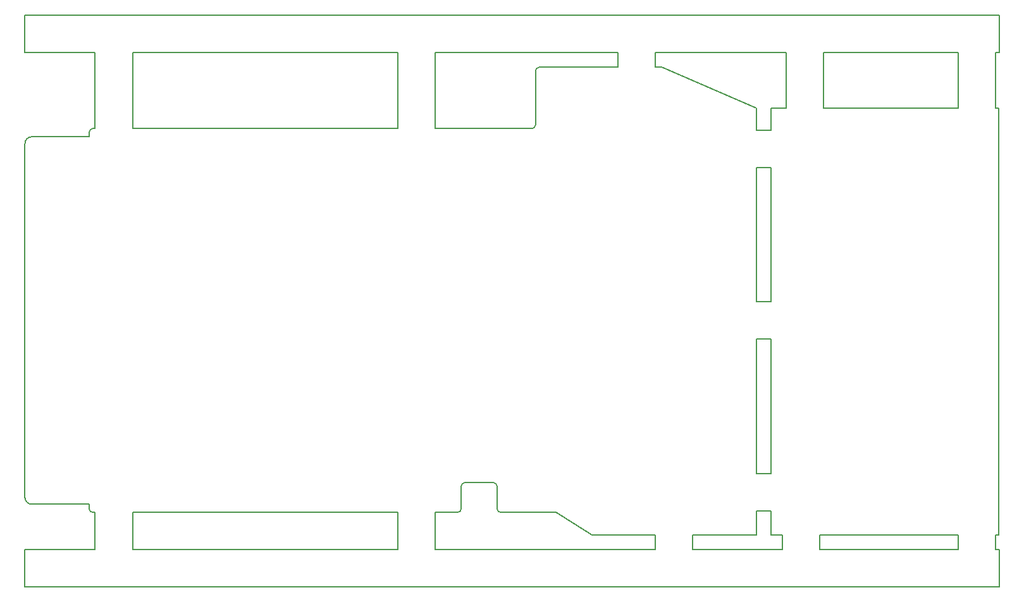
<source format=gm1>
G04 #@! TF.GenerationSoftware,KiCad,Pcbnew,6.0.2+dfsg-1*
G04 #@! TF.CreationDate,2022-11-20T12:02:49+01:00*
G04 #@! TF.ProjectId,gb-stream-cart,67622d73-7472-4656-916d-2d636172742e,REV1*
G04 #@! TF.SameCoordinates,PX4cf3b50PY7de2900*
G04 #@! TF.FileFunction,Profile,NP*
%FSLAX46Y46*%
G04 Gerber Fmt 4.6, Leading zero omitted, Abs format (unit mm)*
G04 Created by KiCad (PCBNEW 6.0.2+dfsg-1) date 2022-11-20 12:02:49*
%MOMM*%
%LPD*%
G01*
G04 APERTURE LIST*
G04 #@! TA.AperFunction,Profile*
%ADD10C,0.150000*%
G04 #@! TD*
G04 APERTURE END LIST*
D10*
X84400001Y5000000D02*
X84400000Y6000001D01*
X71100000Y10000000D02*
X63700000Y10000000D01*
X49900001Y9000001D02*
X49900000Y5000000D01*
X130400000Y5000000D02*
X130400000Y0D01*
X68846447Y69600000D02*
G75*
G03*
X68346447Y69100000I1J-500001D01*
G01*
X63200000Y10500000D02*
G75*
G03*
X63700000Y10000000I500001J1D01*
G01*
X58400000Y10500000D02*
X58400000Y13500000D01*
X67846447Y61400000D02*
G75*
G03*
X68346447Y61900000I-1J500001D01*
G01*
X85200000Y69600000D02*
X84400000Y69600000D01*
X79400000Y69600000D02*
X68846447Y69600000D01*
X124900001Y65099999D02*
X124900000Y71600000D01*
X89400000Y5000000D02*
X89399999Y6000001D01*
X99900000Y64100000D02*
X99900000Y61200000D01*
X99900000Y33200000D02*
X99900000Y15200000D01*
X99900000Y56200000D02*
X99900000Y38200000D01*
X99900000Y10200000D02*
X99900000Y7000000D01*
X130400000Y76600000D02*
X130400000Y71600000D01*
X54899999Y62399999D02*
X54900000Y71600000D01*
X9400001Y9000001D02*
X9400000Y5000000D01*
X106899999Y65099998D02*
X106900000Y71600000D01*
X62700000Y14000000D02*
X58900000Y14000000D01*
X8600000Y11100000D02*
X8600000Y10500000D01*
X97900000Y64100000D02*
X85200000Y69600000D01*
X9400001Y62399999D02*
X9400000Y71600000D01*
X900000Y11100000D02*
X8600000Y11100000D01*
X124900002Y5000000D02*
X124900001Y6000001D01*
X8600000Y10500000D02*
G75*
G03*
X9100000Y10000000I500001J1D01*
G01*
X57900000Y10000000D02*
G75*
G03*
X58400000Y10500000I-1J500001D01*
G01*
X79400001Y70599999D02*
X79400000Y71600000D01*
X0Y59400000D02*
X0Y12000000D01*
X129899999Y65099999D02*
X129900000Y71600000D01*
X0Y12000000D02*
G75*
G03*
X900000Y11100000I900000J0D01*
G01*
X54899999Y9000001D02*
X54900000Y5000000D01*
X0Y76600000D02*
X0Y71600000D01*
X75900000Y7000000D02*
X71100000Y10000000D01*
X101400002Y5000000D02*
X101400001Y6000001D01*
X97900000Y7000000D02*
X97900000Y10200000D01*
X97900000Y38200000D02*
X97900000Y56200000D01*
X97900000Y61200000D02*
X97900000Y64100000D01*
X97900000Y15200000D02*
X97900000Y33200000D01*
X68346447Y61900000D02*
X68346447Y69100000D01*
X58900000Y14000000D02*
G75*
G03*
X58400000Y13500000I1J-500001D01*
G01*
X54900000Y71600000D02*
X79400000Y71600000D01*
X129900000Y71600000D02*
X130400000Y71600000D01*
X84400000Y71600000D02*
X101900000Y71600000D01*
X14400000Y71600000D02*
X49900000Y71600000D01*
X106900000Y71600000D02*
X124900000Y71600000D01*
X0Y71600000D02*
X9400000Y71600000D01*
X63200000Y13500000D02*
G75*
G03*
X62700000Y14000000I-500001J-1D01*
G01*
X63200000Y10500000D02*
X63200000Y13500000D01*
X9100000Y61400000D02*
X9400000Y61400000D01*
X14400000Y61400000D02*
X49900000Y61400000D01*
X54900000Y61400000D02*
X67846447Y61400000D01*
X14399999Y9000001D02*
X14400000Y5000000D01*
X9100000Y61400000D02*
G75*
G03*
X8600000Y60900000I1J-500001D01*
G01*
X14399999Y62399999D02*
X14400000Y71600000D01*
X129900000Y5000000D02*
X129899999Y6000001D01*
X130350000Y64100000D02*
X129900000Y64100000D01*
X124900000Y64100000D02*
X106900000Y64100000D01*
X101900000Y64100000D02*
X99900000Y64100000D01*
X49900001Y62399999D02*
X49900000Y71600000D01*
X0Y5000000D02*
X0Y0D01*
X130350000Y64100000D02*
X130350000Y7000000D01*
X97900000Y7000000D02*
X89400000Y7000000D01*
X84400000Y7000000D02*
X75900000Y7000000D01*
X101900001Y65099998D02*
X101900000Y71600000D01*
X0Y0D02*
X130400000Y0D01*
X900000Y60300000D02*
G75*
G03*
X0Y59400000I0J-900000D01*
G01*
X84399999Y70599999D02*
X84400000Y71600000D01*
X54900000Y5000000D02*
X84400000Y5000000D01*
X106400000Y5000000D02*
X124900000Y5000000D01*
X0Y5000000D02*
X9400000Y5000000D01*
X89400000Y5000000D02*
X101400000Y5000000D01*
X14400000Y5000000D02*
X49900000Y5000000D01*
X129900000Y5000000D02*
X130400000Y5000000D01*
X8600000Y60300000D02*
X8600000Y60900000D01*
X106400001Y5000000D02*
X106400000Y6000001D01*
X900000Y60300000D02*
X8600000Y60300000D01*
X9100000Y10000000D02*
X9400000Y10000000D01*
X54900000Y10000000D02*
X57900000Y10000000D01*
X14400000Y10000000D02*
X49900000Y10000000D01*
X130350000Y7000000D02*
X129900000Y7000000D01*
X101400000Y7000000D02*
X99900000Y7000000D01*
X124900000Y7000000D02*
X106400000Y7000000D01*
X0Y76600000D02*
X130400000Y76600000D01*
X99900000Y33200000D02*
X97900000Y33200000D01*
X99900000Y38200000D02*
X97900000Y38200000D01*
X99900000Y61200000D02*
X97900000Y61200000D01*
X99900000Y56200000D02*
X97900000Y56200000D01*
X101900000Y64099999D02*
X101900001Y65099998D01*
X106900000Y64099999D02*
X106899999Y65099998D01*
X14400000Y10000000D02*
X14399999Y9000001D01*
X9400000Y10000000D02*
X9400001Y9000001D01*
X129900000Y7000000D02*
X129899999Y6000001D01*
X124900000Y7000000D02*
X124900001Y6000001D01*
X84400000Y69600000D02*
X84399999Y70599999D01*
X79400000Y69600000D02*
X79400001Y70599999D01*
X89400000Y7000000D02*
X89399999Y6000001D01*
X84400000Y7000000D02*
X84400001Y6000001D01*
X129900000Y64100000D02*
X129899999Y65099999D01*
X124900000Y64100000D02*
X124900001Y65099999D01*
X9400000Y61400000D02*
X9400001Y62399999D01*
X14400000Y61400000D02*
X14399999Y62399999D01*
X99900000Y10200000D02*
X97900000Y10200000D01*
X99900000Y15200000D02*
X97900000Y15200000D01*
X101400000Y7000000D02*
X101400001Y6000001D01*
X106400000Y7000000D02*
X106399999Y6000001D01*
X49900000Y61400000D02*
X49900001Y62399999D01*
X54900000Y61400000D02*
X54899999Y62399999D01*
X54900000Y10000000D02*
X54899999Y9000001D01*
X49900000Y10000000D02*
X49900001Y9000001D01*
M02*

</source>
